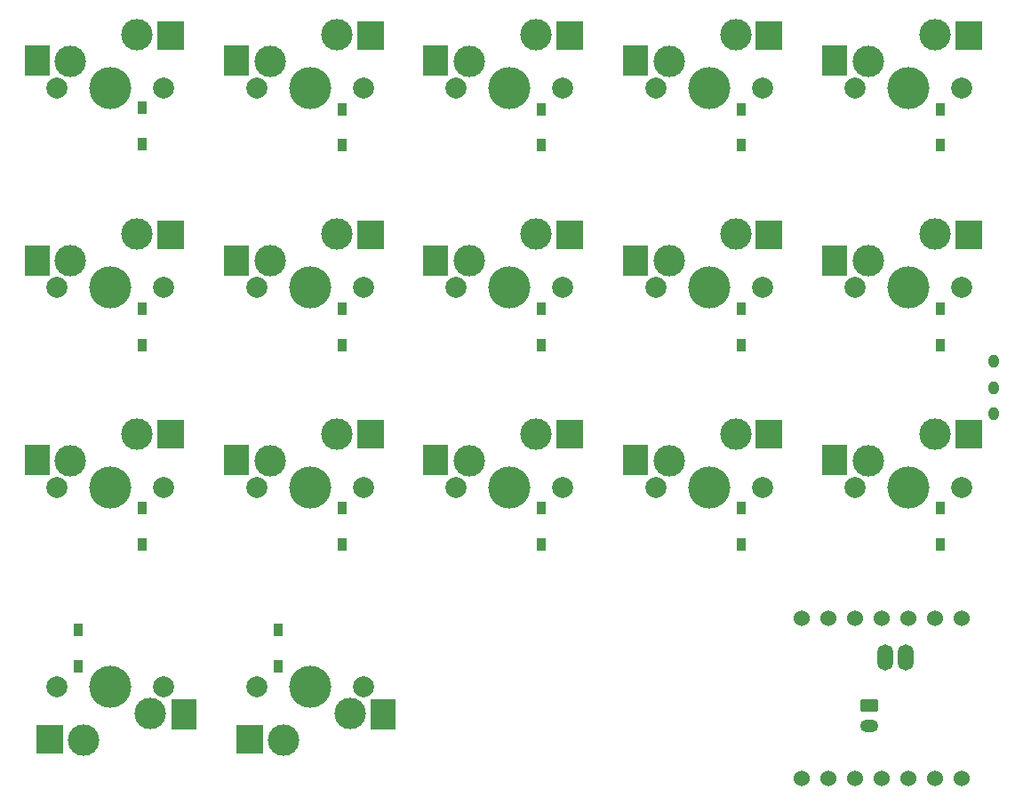
<source format=gbs>
G04 #@! TF.GenerationSoftware,KiCad,Pcbnew,7.0.5*
G04 #@! TF.CreationDate,2023-09-30T13:58:08+09:00*
G04 #@! TF.ProjectId,thorium_pcbr,74686f72-6975-46d5-9f70-6362722e6b69,rev?*
G04 #@! TF.SameCoordinates,Original*
G04 #@! TF.FileFunction,Soldermask,Bot*
G04 #@! TF.FilePolarity,Negative*
%FSLAX46Y46*%
G04 Gerber Fmt 4.6, Leading zero omitted, Abs format (unit mm)*
G04 Created by KiCad (PCBNEW 7.0.5) date 2023-09-30 13:58:08*
%MOMM*%
%LPD*%
G01*
G04 APERTURE LIST*
G04 Aperture macros list*
%AMRoundRect*
0 Rectangle with rounded corners*
0 $1 Rounding radius*
0 $2 $3 $4 $5 $6 $7 $8 $9 X,Y pos of 4 corners*
0 Add a 4 corners polygon primitive as box body*
4,1,4,$2,$3,$4,$5,$6,$7,$8,$9,$2,$3,0*
0 Add four circle primitives for the rounded corners*
1,1,$1+$1,$2,$3*
1,1,$1+$1,$4,$5*
1,1,$1+$1,$6,$7*
1,1,$1+$1,$8,$9*
0 Add four rect primitives between the rounded corners*
20,1,$1+$1,$2,$3,$4,$5,0*
20,1,$1+$1,$4,$5,$6,$7,0*
20,1,$1+$1,$6,$7,$8,$9,0*
20,1,$1+$1,$8,$9,$2,$3,0*%
G04 Aperture macros list end*
%ADD10C,1.524000*%
%ADD11O,1.500000X2.500000*%
%ADD12R,0.950000X1.200000*%
%ADD13O,1.750000X1.200000*%
%ADD14RoundRect,0.250000X-0.625000X0.350000X-0.625000X-0.350000X0.625000X-0.350000X0.625000X0.350000X0*%
%ADD15C,2.000000*%
%ADD16C,3.000000*%
%ADD17C,4.000000*%
%ADD18R,2.400000X3.000000*%
%ADD19R,2.500000X2.800000*%
%ADD20O,1.000000X1.300000*%
G04 APERTURE END LIST*
D10*
X121620000Y-91000000D03*
X119080000Y-91000000D03*
X116540000Y-91000000D03*
X114000000Y-91000000D03*
X111460000Y-91000000D03*
X108920000Y-91000000D03*
X106380000Y-91000000D03*
X106380000Y-106240000D03*
X108920000Y-106240000D03*
X111460000Y-106240000D03*
X114000000Y-106240000D03*
X116540000Y-106240000D03*
X119080000Y-106240000D03*
X121620000Y-106240000D03*
D11*
X114317000Y-94675000D03*
X116222000Y-94675000D03*
D12*
X56450000Y-92053125D03*
X56450000Y-95503125D03*
D13*
X112750000Y-101240000D03*
D14*
X112750000Y-99240000D03*
D15*
X92420000Y-59500000D03*
D16*
X93690000Y-56960000D03*
D17*
X97500000Y-59500000D03*
D16*
X100040000Y-54420000D03*
D15*
X102580000Y-59500000D03*
D18*
X90500000Y-56920000D03*
D19*
X103250000Y-54480000D03*
D15*
X64580000Y-97500000D03*
D16*
X63310000Y-100040000D03*
D17*
X59500000Y-97500000D03*
D16*
X56960000Y-102580000D03*
D15*
X54420000Y-97500000D03*
D18*
X66500000Y-100080000D03*
D19*
X53750000Y-102520000D03*
D15*
X35420000Y-40500000D03*
D16*
X36690000Y-37960000D03*
D17*
X40500000Y-40500000D03*
D16*
X43040000Y-35420000D03*
D15*
X45580000Y-40500000D03*
D18*
X33500000Y-37920000D03*
D19*
X46250000Y-35480000D03*
D15*
X54420000Y-59500000D03*
D16*
X55690000Y-56960000D03*
D17*
X59500000Y-59500000D03*
D16*
X62040000Y-54420000D03*
D15*
X64580000Y-59500000D03*
D18*
X52500000Y-56920000D03*
D19*
X65250000Y-54480000D03*
D15*
X73420000Y-59500000D03*
D16*
X74690000Y-56960000D03*
D17*
X78500000Y-59500000D03*
D16*
X81040000Y-54420000D03*
D15*
X83580000Y-59500000D03*
D18*
X71500000Y-56920000D03*
D19*
X84250000Y-54480000D03*
D15*
X73420000Y-78500000D03*
D16*
X74690000Y-75960000D03*
D17*
X78500000Y-78500000D03*
D16*
X81040000Y-73420000D03*
D15*
X83580000Y-78500000D03*
D18*
X71500000Y-75920000D03*
D19*
X84250000Y-73480000D03*
D20*
X124650000Y-66500000D03*
X124650000Y-69000000D03*
X124650000Y-71500000D03*
D15*
X35420000Y-59500000D03*
D16*
X36690000Y-56960000D03*
D17*
X40500000Y-59500000D03*
D16*
X43040000Y-54420000D03*
D15*
X45580000Y-59500000D03*
D18*
X33500000Y-56920000D03*
D19*
X46250000Y-54480000D03*
D15*
X92420000Y-78500000D03*
D16*
X93690000Y-75960000D03*
D17*
X97500000Y-78500000D03*
D16*
X100040000Y-73420000D03*
D15*
X102580000Y-78500000D03*
D18*
X90500000Y-75920000D03*
D19*
X103250000Y-73480000D03*
D15*
X111420000Y-78500000D03*
D16*
X112690000Y-75960000D03*
D17*
X116500000Y-78500000D03*
D16*
X119040000Y-73420000D03*
D15*
X121580000Y-78500000D03*
D18*
X109500000Y-75920000D03*
D19*
X122250000Y-73480000D03*
D12*
X81550000Y-64946875D03*
X81550000Y-61496875D03*
D15*
X54420000Y-78500000D03*
D16*
X55690000Y-75960000D03*
D17*
X59500000Y-78500000D03*
D16*
X62040000Y-73420000D03*
D15*
X64580000Y-78500000D03*
D18*
X52500000Y-75920000D03*
D19*
X65250000Y-73480000D03*
D12*
X100550000Y-45946875D03*
X100550000Y-42496875D03*
X43550000Y-64946875D03*
X43550000Y-61496875D03*
X43550000Y-45833438D03*
X43550000Y-42383438D03*
X100550000Y-83946875D03*
X100550000Y-80496875D03*
X81550000Y-45946875D03*
X81550000Y-42496875D03*
X81550000Y-83946875D03*
X81550000Y-80496875D03*
X119550000Y-83946875D03*
X119550000Y-80496875D03*
D15*
X111420000Y-59500000D03*
D16*
X112690000Y-56960000D03*
D17*
X116500000Y-59500000D03*
D16*
X119040000Y-54420000D03*
D15*
X121580000Y-59500000D03*
D18*
X109500000Y-56920000D03*
D19*
X122250000Y-54480000D03*
D12*
X119550000Y-64946875D03*
X119550000Y-61496875D03*
X100550000Y-64946875D03*
X100550000Y-61496875D03*
X37450000Y-92053125D03*
X37450000Y-95503125D03*
X62550000Y-45946875D03*
X62550000Y-42496875D03*
D15*
X45580000Y-97500000D03*
D16*
X44310000Y-100040000D03*
D17*
X40500000Y-97500000D03*
D16*
X37960000Y-102580000D03*
D15*
X35420000Y-97500000D03*
D18*
X47500000Y-100080000D03*
D19*
X34750000Y-102520000D03*
D12*
X43550000Y-83946875D03*
X43550000Y-80496875D03*
X119550000Y-45946875D03*
X119550000Y-42496875D03*
X62550000Y-83946875D03*
X62550000Y-80496875D03*
D15*
X54420000Y-40500000D03*
D16*
X55690000Y-37960000D03*
D17*
X59500000Y-40500000D03*
D16*
X62040000Y-35420000D03*
D15*
X64580000Y-40500000D03*
D18*
X52500000Y-37920000D03*
D19*
X65250000Y-35480000D03*
D15*
X35420000Y-78500000D03*
D16*
X36690000Y-75960000D03*
D17*
X40500000Y-78500000D03*
D16*
X43040000Y-73420000D03*
D15*
X45580000Y-78500000D03*
D18*
X33500000Y-75920000D03*
D19*
X46250000Y-73480000D03*
D15*
X111420000Y-40500000D03*
D16*
X112690000Y-37960000D03*
D17*
X116500000Y-40500000D03*
D16*
X119040000Y-35420000D03*
D15*
X121580000Y-40500000D03*
D18*
X109500000Y-37920000D03*
D19*
X122250000Y-35480000D03*
D12*
X62550000Y-64946875D03*
X62550000Y-61496875D03*
D15*
X92420000Y-40500000D03*
D16*
X93690000Y-37960000D03*
D17*
X97500000Y-40500000D03*
D16*
X100040000Y-35420000D03*
D15*
X102580000Y-40500000D03*
D18*
X90500000Y-37920000D03*
D19*
X103250000Y-35480000D03*
D15*
X73420000Y-40500000D03*
D16*
X74690000Y-37960000D03*
D17*
X78500000Y-40500000D03*
D16*
X81040000Y-35420000D03*
D15*
X83580000Y-40500000D03*
D18*
X71500000Y-37920000D03*
D19*
X84250000Y-35480000D03*
M02*

</source>
